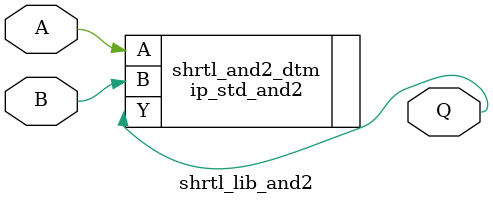
<source format=sv>
module  shrtl_lib_and2 (
    input  logic A,
    input  logic B,
    output logic Q
  );

  `ifdef SHRTL_LIB_MODEL
    always_comb Q = A & B;

  `else
    ip_std_and2 shrtl_and2_dtm ( .Y(Q), .A(A), .B(B) );

  `endif
endmodule   // shrtl_lib_and2
</source>
